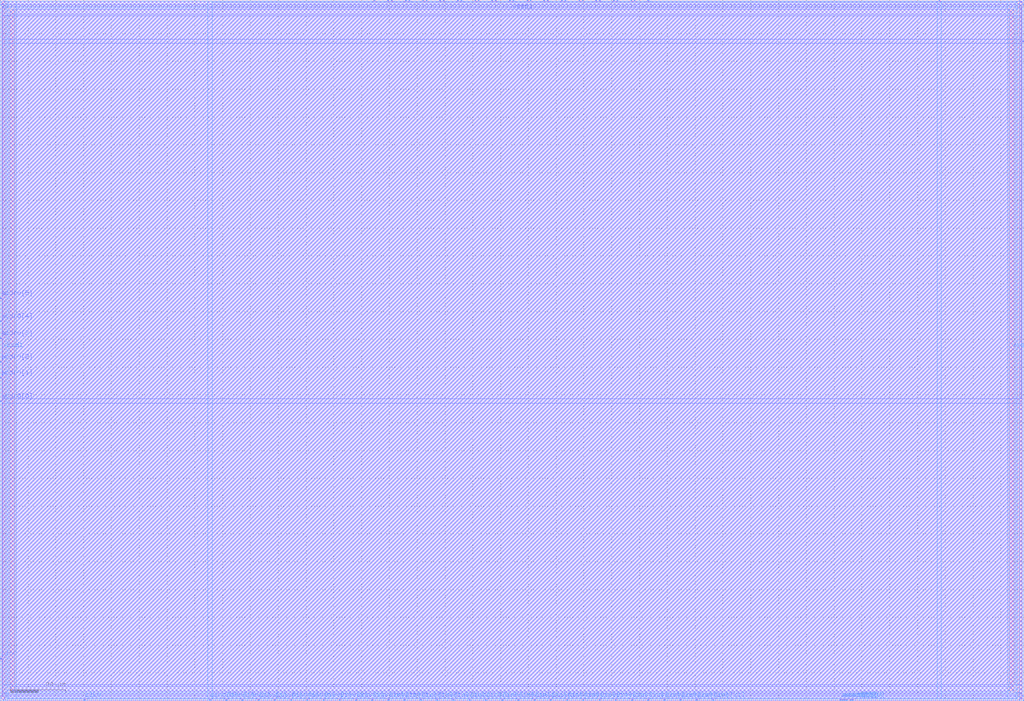
<source format=lef>
VERSION 5.4 ;
NAMESCASESENSITIVE ON ;
BUSBITCHARS "[]" ;
DIVIDERCHAR "/" ;

MACRO sky130_sram_1r1w0rw_32x64
   CLASS BLOCK ;
   SIZE 368.26 BY 252.18 ;
   SYMMETRY X Y R90 ;
   PIN din0[0]
      DIRECTION INPUT ;
      PORT
         LAYER met4 ;
         RECT  75.26 0.0 75.64 0.38 ;
      END
   END din0[0]
   PIN din0[1]
      DIRECTION INPUT ;
      PORT
         LAYER met4 ;
         RECT  81.1 0.0 81.48 0.38 ;
      END
   END din0[1]
   PIN din0[2]
      DIRECTION INPUT ;
      PORT
         LAYER met4 ;
         RECT  86.94 0.0 87.32 0.38 ;
      END
   END din0[2]
   PIN din0[3]
      DIRECTION INPUT ;
      PORT
         LAYER met4 ;
         RECT  92.78 0.0 93.16 0.38 ;
      END
   END din0[3]
   PIN din0[4]
      DIRECTION INPUT ;
      PORT
         LAYER met4 ;
         RECT  98.62 0.0 99.0 0.38 ;
      END
   END din0[4]
   PIN din0[5]
      DIRECTION INPUT ;
      PORT
         LAYER met4 ;
         RECT  104.46 0.0 104.84 0.38 ;
      END
   END din0[5]
   PIN din0[6]
      DIRECTION INPUT ;
      PORT
         LAYER met4 ;
         RECT  110.3 0.0 110.68 0.38 ;
      END
   END din0[6]
   PIN din0[7]
      DIRECTION INPUT ;
      PORT
         LAYER met4 ;
         RECT  116.14 0.0 116.52 0.38 ;
      END
   END din0[7]
   PIN din0[8]
      DIRECTION INPUT ;
      PORT
         LAYER met4 ;
         RECT  121.98 0.0 122.36 0.38 ;
      END
   END din0[8]
   PIN din0[9]
      DIRECTION INPUT ;
      PORT
         LAYER met4 ;
         RECT  127.82 0.0 128.2 0.38 ;
      END
   END din0[9]
   PIN din0[10]
      DIRECTION INPUT ;
      PORT
         LAYER met4 ;
         RECT  133.66 0.0 134.04 0.38 ;
      END
   END din0[10]
   PIN din0[11]
      DIRECTION INPUT ;
      PORT
         LAYER met4 ;
         RECT  139.5 0.0 139.88 0.38 ;
      END
   END din0[11]
   PIN din0[12]
      DIRECTION INPUT ;
      PORT
         LAYER met4 ;
         RECT  145.34 0.0 145.72 0.38 ;
      END
   END din0[12]
   PIN din0[13]
      DIRECTION INPUT ;
      PORT
         LAYER met4 ;
         RECT  151.18 0.0 151.56 0.38 ;
      END
   END din0[13]
   PIN din0[14]
      DIRECTION INPUT ;
      PORT
         LAYER met4 ;
         RECT  157.02 0.0 157.4 0.38 ;
      END
   END din0[14]
   PIN din0[15]
      DIRECTION INPUT ;
      PORT
         LAYER met4 ;
         RECT  162.86 0.0 163.24 0.38 ;
      END
   END din0[15]
   PIN din0[16]
      DIRECTION INPUT ;
      PORT
         LAYER met4 ;
         RECT  168.7 0.0 169.08 0.38 ;
      END
   END din0[16]
   PIN din0[17]
      DIRECTION INPUT ;
      PORT
         LAYER met4 ;
         RECT  174.54 0.0 174.92 0.38 ;
      END
   END din0[17]
   PIN din0[18]
      DIRECTION INPUT ;
      PORT
         LAYER met4 ;
         RECT  180.38 0.0 180.76 0.38 ;
      END
   END din0[18]
   PIN din0[19]
      DIRECTION INPUT ;
      PORT
         LAYER met4 ;
         RECT  186.22 0.0 186.6 0.38 ;
      END
   END din0[19]
   PIN din0[20]
      DIRECTION INPUT ;
      PORT
         LAYER met4 ;
         RECT  192.06 0.0 192.44 0.38 ;
      END
   END din0[20]
   PIN din0[21]
      DIRECTION INPUT ;
      PORT
         LAYER met4 ;
         RECT  197.9 0.0 198.28 0.38 ;
      END
   END din0[21]
   PIN din0[22]
      DIRECTION INPUT ;
      PORT
         LAYER met4 ;
         RECT  203.74 0.0 204.12 0.38 ;
      END
   END din0[22]
   PIN din0[23]
      DIRECTION INPUT ;
      PORT
         LAYER met4 ;
         RECT  209.58 0.0 209.96 0.38 ;
      END
   END din0[23]
   PIN din0[24]
      DIRECTION INPUT ;
      PORT
         LAYER met4 ;
         RECT  215.42 0.0 215.8 0.38 ;
      END
   END din0[24]
   PIN din0[25]
      DIRECTION INPUT ;
      PORT
         LAYER met4 ;
         RECT  221.26 0.0 221.64 0.38 ;
      END
   END din0[25]
   PIN din0[26]
      DIRECTION INPUT ;
      PORT
         LAYER met4 ;
         RECT  227.1 0.0 227.48 0.38 ;
      END
   END din0[26]
   PIN din0[27]
      DIRECTION INPUT ;
      PORT
         LAYER met4 ;
         RECT  232.94 0.0 233.32 0.38 ;
      END
   END din0[27]
   PIN din0[28]
      DIRECTION INPUT ;
      PORT
         LAYER met4 ;
         RECT  238.78 0.0 239.16 0.38 ;
      END
   END din0[28]
   PIN din0[29]
      DIRECTION INPUT ;
      PORT
         LAYER met4 ;
         RECT  244.62 0.0 245.0 0.38 ;
      END
   END din0[29]
   PIN din0[30]
      DIRECTION INPUT ;
      PORT
         LAYER met4 ;
         RECT  250.46 0.0 250.84 0.38 ;
      END
   END din0[30]
   PIN din0[31]
      DIRECTION INPUT ;
      PORT
         LAYER met4 ;
         RECT  256.3 0.0 256.68 0.38 ;
      END
   END din0[31]
   PIN addr0[0]
      DIRECTION INPUT ;
      PORT
         LAYER met3 ;
         RECT  0.0 107.58 0.38 107.96 ;
      END
   END addr0[0]
   PIN addr0[1]
      DIRECTION INPUT ;
      PORT
         LAYER met3 ;
         RECT  0.0 116.08 0.38 116.46 ;
      END
   END addr0[1]
   PIN addr0[2]
      DIRECTION INPUT ;
      PORT
         LAYER met3 ;
         RECT  0.0 121.72 0.38 122.1 ;
      END
   END addr0[2]
   PIN addr0[3]
      DIRECTION INPUT ;
      PORT
         LAYER met3 ;
         RECT  0.0 130.22 0.38 130.6 ;
      END
   END addr0[3]
   PIN addr0[4]
      DIRECTION INPUT ;
      PORT
         LAYER met3 ;
         RECT  0.0 136.275 0.38 136.655 ;
      END
   END addr0[4]
   PIN addr0[5]
      DIRECTION INPUT ;
      PORT
         LAYER met3 ;
         RECT  0.0 144.675 0.38 145.055 ;
      END
   END addr0[5]
   PIN addr1[0]
      DIRECTION INPUT ;
      PORT
         LAYER met4 ;
         RECT  306.53 0.0 306.91 0.38 ;
      END
   END addr1[0]
   PIN addr1[1]
      DIRECTION INPUT ;
      PORT
         LAYER met4 ;
         RECT  302.175 0.0 302.555 0.38 ;
      END
   END addr1[1]
   PIN addr1[2]
      DIRECTION INPUT ;
      PORT
         LAYER met4 ;
         RECT  305.84 0.0 306.22 0.38 ;
      END
   END addr1[2]
   PIN addr1[3]
      DIRECTION INPUT ;
      PORT
         LAYER met4 ;
         RECT  302.865 0.0 303.245 0.38 ;
      END
   END addr1[3]
   PIN addr1[4]
      DIRECTION INPUT ;
      PORT
         LAYER met4 ;
         RECT  303.555 0.0 303.935 0.38 ;
      END
   END addr1[4]
   PIN addr1[5]
      DIRECTION INPUT ;
      PORT
         LAYER met4 ;
         RECT  304.3 0.0 304.68 0.38 ;
      END
   END addr1[5]
   PIN csb0
      DIRECTION INPUT ;
      PORT
         LAYER met3 ;
         RECT  0.0 14.87 0.38 15.25 ;
      END
   END csb0
   PIN csb1
      DIRECTION INPUT ;
      PORT
         LAYER met3 ;
         RECT  367.88 237.075 368.26 237.455 ;
      END
   END csb1
   PIN clk0
      DIRECTION INPUT ;
      PORT
         LAYER met4 ;
         RECT  30.26 0.0 30.64 0.38 ;
      END
   END clk0
   PIN clk1
      DIRECTION INPUT ;
      PORT
         LAYER met4 ;
         RECT  337.62 251.8 338.0 252.18 ;
      END
   END clk1
   PIN dout1[0]
      DIRECTION OUTPUT ;
      PORT
         LAYER met4 ;
         RECT  134.445 251.8 134.825 252.18 ;
      END
   END dout1[0]
   PIN dout1[1]
      DIRECTION OUTPUT ;
      PORT
         LAYER met4 ;
         RECT  139.415 251.8 139.795 252.18 ;
      END
   END dout1[1]
   PIN dout1[2]
      DIRECTION OUTPUT ;
      PORT
         LAYER met4 ;
         RECT  140.685 251.8 141.065 252.18 ;
      END
   END dout1[2]
   PIN dout1[3]
      DIRECTION OUTPUT ;
      PORT
         LAYER met4 ;
         RECT  145.655 251.8 146.035 252.18 ;
      END
   END dout1[3]
   PIN dout1[4]
      DIRECTION OUTPUT ;
      PORT
         LAYER met4 ;
         RECT  146.925 251.8 147.305 252.18 ;
      END
   END dout1[4]
   PIN dout1[5]
      DIRECTION OUTPUT ;
      PORT
         LAYER met4 ;
         RECT  151.895 251.8 152.275 252.18 ;
      END
   END dout1[5]
   PIN dout1[6]
      DIRECTION OUTPUT ;
      PORT
         LAYER met4 ;
         RECT  153.165 251.8 153.545 252.18 ;
      END
   END dout1[6]
   PIN dout1[7]
      DIRECTION OUTPUT ;
      PORT
         LAYER met4 ;
         RECT  158.135 251.8 158.515 252.18 ;
      END
   END dout1[7]
   PIN dout1[8]
      DIRECTION OUTPUT ;
      PORT
         LAYER met4 ;
         RECT  159.405 251.8 159.785 252.18 ;
      END
   END dout1[8]
   PIN dout1[9]
      DIRECTION OUTPUT ;
      PORT
         LAYER met4 ;
         RECT  164.375 251.8 164.755 252.18 ;
      END
   END dout1[9]
   PIN dout1[10]
      DIRECTION OUTPUT ;
      PORT
         LAYER met4 ;
         RECT  165.645 251.8 166.025 252.18 ;
      END
   END dout1[10]
   PIN dout1[11]
      DIRECTION OUTPUT ;
      PORT
         LAYER met4 ;
         RECT  170.615 251.8 170.995 252.18 ;
      END
   END dout1[11]
   PIN dout1[12]
      DIRECTION OUTPUT ;
      PORT
         LAYER met4 ;
         RECT  171.885 251.8 172.265 252.18 ;
      END
   END dout1[12]
   PIN dout1[13]
      DIRECTION OUTPUT ;
      PORT
         LAYER met4 ;
         RECT  176.855 251.8 177.235 252.18 ;
      END
   END dout1[13]
   PIN dout1[14]
      DIRECTION OUTPUT ;
      PORT
         LAYER met4 ;
         RECT  178.125 251.8 178.505 252.18 ;
      END
   END dout1[14]
   PIN dout1[15]
      DIRECTION OUTPUT ;
      PORT
         LAYER met4 ;
         RECT  183.095 251.8 183.475 252.18 ;
      END
   END dout1[15]
   PIN dout1[16]
      DIRECTION OUTPUT ;
      PORT
         LAYER met4 ;
         RECT  184.365 251.8 184.745 252.18 ;
      END
   END dout1[16]
   PIN dout1[17]
      DIRECTION OUTPUT ;
      PORT
         LAYER met4 ;
         RECT  189.335 251.8 189.715 252.18 ;
      END
   END dout1[17]
   PIN dout1[18]
      DIRECTION OUTPUT ;
      PORT
         LAYER met4 ;
         RECT  190.605 251.8 190.985 252.18 ;
      END
   END dout1[18]
   PIN dout1[19]
      DIRECTION OUTPUT ;
      PORT
         LAYER met4 ;
         RECT  195.575 251.8 195.955 252.18 ;
      END
   END dout1[19]
   PIN dout1[20]
      DIRECTION OUTPUT ;
      PORT
         LAYER met4 ;
         RECT  196.845 251.8 197.225 252.18 ;
      END
   END dout1[20]
   PIN dout1[21]
      DIRECTION OUTPUT ;
      PORT
         LAYER met4 ;
         RECT  201.815 251.8 202.195 252.18 ;
      END
   END dout1[21]
   PIN dout1[22]
      DIRECTION OUTPUT ;
      PORT
         LAYER met4 ;
         RECT  203.085 251.8 203.465 252.18 ;
      END
   END dout1[22]
   PIN dout1[23]
      DIRECTION OUTPUT ;
      PORT
         LAYER met4 ;
         RECT  208.055 251.8 208.435 252.18 ;
      END
   END dout1[23]
   PIN dout1[24]
      DIRECTION OUTPUT ;
      PORT
         LAYER met4 ;
         RECT  209.325 251.8 209.705 252.18 ;
      END
   END dout1[24]
   PIN dout1[25]
      DIRECTION OUTPUT ;
      PORT
         LAYER met4 ;
         RECT  214.295 251.8 214.675 252.18 ;
      END
   END dout1[25]
   PIN dout1[26]
      DIRECTION OUTPUT ;
      PORT
         LAYER met4 ;
         RECT  215.565 251.8 215.945 252.18 ;
      END
   END dout1[26]
   PIN dout1[27]
      DIRECTION OUTPUT ;
      PORT
         LAYER met4 ;
         RECT  220.535 251.8 220.915 252.18 ;
      END
   END dout1[27]
   PIN dout1[28]
      DIRECTION OUTPUT ;
      PORT
         LAYER met4 ;
         RECT  221.805 251.8 222.185 252.18 ;
      END
   END dout1[28]
   PIN dout1[29]
      DIRECTION OUTPUT ;
      PORT
         LAYER met4 ;
         RECT  226.775 251.8 227.155 252.18 ;
      END
   END dout1[29]
   PIN dout1[30]
      DIRECTION OUTPUT ;
      PORT
         LAYER met4 ;
         RECT  228.045 251.8 228.425 252.18 ;
      END
   END dout1[30]
   PIN dout1[31]
      DIRECTION OUTPUT ;
      PORT
         LAYER met4 ;
         RECT  233.015 251.8 233.395 252.18 ;
      END
   END dout1[31]
   PIN vccd1
      DIRECTION INOUT ;
      USE POWER ; 
      SHAPE ABUTMENT ; 
      PORT
         LAYER met3 ;
         RECT  0.0 0.0 368.26 1.74 ;
         LAYER met3 ;
         RECT  0.0 250.44 368.26 252.18 ;
         LAYER met4 ;
         RECT  366.52 0.0 368.26 252.18 ;
         LAYER met4 ;
         RECT  0.0 0.0 1.74 252.18 ;
      END
   END vccd1
   PIN vssd1
      DIRECTION INOUT ;
      USE GROUND ; 
      SHAPE ABUTMENT ; 
      PORT
         LAYER met4 ;
         RECT  3.48 3.48 5.22 248.7 ;
         LAYER met3 ;
         RECT  3.48 3.48 364.78 5.22 ;
         LAYER met4 ;
         RECT  363.04 3.48 364.78 248.7 ;
         LAYER met3 ;
         RECT  3.48 246.96 364.78 248.7 ;
      END
   END vssd1
   OBS
   LAYER  met1 ;
      RECT  0.62 0.62 367.64 251.56 ;
   LAYER  met2 ;
      RECT  0.62 0.62 367.64 251.56 ;
   LAYER  met3 ;
      RECT  0.98 106.98 367.64 108.56 ;
      RECT  0.62 108.56 0.98 115.48 ;
      RECT  0.62 117.06 0.98 121.12 ;
      RECT  0.62 122.7 0.98 129.62 ;
      RECT  0.62 131.2 0.98 135.675 ;
      RECT  0.62 137.255 0.98 144.075 ;
      RECT  0.62 15.85 0.98 106.98 ;
      RECT  0.98 108.56 367.28 236.475 ;
      RECT  0.98 236.475 367.28 238.055 ;
      RECT  367.28 108.56 367.64 236.475 ;
      RECT  0.62 2.34 0.98 14.27 ;
      RECT  0.62 145.655 0.98 249.84 ;
      RECT  367.28 238.055 367.64 249.84 ;
      RECT  0.98 2.34 2.88 2.88 ;
      RECT  0.98 2.88 2.88 5.82 ;
      RECT  0.98 5.82 2.88 106.98 ;
      RECT  2.88 2.34 365.38 2.88 ;
      RECT  2.88 5.82 365.38 106.98 ;
      RECT  365.38 2.34 367.64 2.88 ;
      RECT  365.38 2.88 367.64 5.82 ;
      RECT  365.38 5.82 367.64 106.98 ;
      RECT  0.98 238.055 2.88 246.36 ;
      RECT  0.98 246.36 2.88 249.3 ;
      RECT  0.98 249.3 2.88 249.84 ;
      RECT  2.88 238.055 365.38 246.36 ;
      RECT  2.88 249.3 365.38 249.84 ;
      RECT  365.38 238.055 367.28 246.36 ;
      RECT  365.38 246.36 367.28 249.3 ;
      RECT  365.38 249.3 367.28 249.84 ;
   LAYER  met4 ;
      RECT  74.66 0.98 76.24 251.56 ;
      RECT  76.24 0.62 80.5 0.98 ;
      RECT  82.08 0.62 86.34 0.98 ;
      RECT  87.92 0.62 92.18 0.98 ;
      RECT  93.76 0.62 98.02 0.98 ;
      RECT  99.6 0.62 103.86 0.98 ;
      RECT  105.44 0.62 109.7 0.98 ;
      RECT  111.28 0.62 115.54 0.98 ;
      RECT  117.12 0.62 121.38 0.98 ;
      RECT  122.96 0.62 127.22 0.98 ;
      RECT  128.8 0.62 133.06 0.98 ;
      RECT  134.64 0.62 138.9 0.98 ;
      RECT  140.48 0.62 144.74 0.98 ;
      RECT  146.32 0.62 150.58 0.98 ;
      RECT  152.16 0.62 156.42 0.98 ;
      RECT  158.0 0.62 162.26 0.98 ;
      RECT  163.84 0.62 168.1 0.98 ;
      RECT  169.68 0.62 173.94 0.98 ;
      RECT  175.52 0.62 179.78 0.98 ;
      RECT  181.36 0.62 185.62 0.98 ;
      RECT  187.2 0.62 191.46 0.98 ;
      RECT  193.04 0.62 197.3 0.98 ;
      RECT  198.88 0.62 203.14 0.98 ;
      RECT  204.72 0.62 208.98 0.98 ;
      RECT  210.56 0.62 214.82 0.98 ;
      RECT  216.4 0.62 220.66 0.98 ;
      RECT  222.24 0.62 226.5 0.98 ;
      RECT  228.08 0.62 232.34 0.98 ;
      RECT  233.92 0.62 238.18 0.98 ;
      RECT  239.76 0.62 244.02 0.98 ;
      RECT  245.6 0.62 249.86 0.98 ;
      RECT  251.44 0.62 255.7 0.98 ;
      RECT  257.28 0.62 301.575 0.98 ;
      RECT  31.24 0.62 74.66 0.98 ;
      RECT  76.24 0.98 337.02 251.2 ;
      RECT  337.02 0.98 338.6 251.2 ;
      RECT  76.24 251.2 133.845 251.56 ;
      RECT  135.425 251.2 138.815 251.56 ;
      RECT  141.665 251.2 145.055 251.56 ;
      RECT  147.905 251.2 151.295 251.56 ;
      RECT  154.145 251.2 157.535 251.56 ;
      RECT  160.385 251.2 163.775 251.56 ;
      RECT  166.625 251.2 170.015 251.56 ;
      RECT  172.865 251.2 176.255 251.56 ;
      RECT  179.105 251.2 182.495 251.56 ;
      RECT  185.345 251.2 188.735 251.56 ;
      RECT  191.585 251.2 194.975 251.56 ;
      RECT  197.825 251.2 201.215 251.56 ;
      RECT  204.065 251.2 207.455 251.56 ;
      RECT  210.305 251.2 213.695 251.56 ;
      RECT  216.545 251.2 219.935 251.56 ;
      RECT  222.785 251.2 226.175 251.56 ;
      RECT  229.025 251.2 232.415 251.56 ;
      RECT  233.995 251.2 337.02 251.56 ;
      RECT  307.51 0.62 365.92 0.98 ;
      RECT  338.6 251.2 365.92 251.56 ;
      RECT  2.34 0.62 29.66 0.98 ;
      RECT  2.34 0.98 2.88 2.88 ;
      RECT  2.34 2.88 2.88 249.3 ;
      RECT  2.34 249.3 2.88 251.56 ;
      RECT  2.88 0.98 5.82 2.88 ;
      RECT  2.88 249.3 5.82 251.56 ;
      RECT  5.82 0.98 74.66 2.88 ;
      RECT  5.82 2.88 74.66 249.3 ;
      RECT  5.82 249.3 74.66 251.56 ;
      RECT  338.6 0.98 362.44 2.88 ;
      RECT  338.6 2.88 362.44 249.3 ;
      RECT  338.6 249.3 362.44 251.2 ;
      RECT  362.44 0.98 365.38 2.88 ;
      RECT  362.44 249.3 365.38 251.2 ;
      RECT  365.38 0.98 365.92 2.88 ;
      RECT  365.38 2.88 365.92 249.3 ;
      RECT  365.38 249.3 365.92 251.2 ;
   END
END    sky130_sram_1r1w0rw_32x64
END    LIBRARY

</source>
